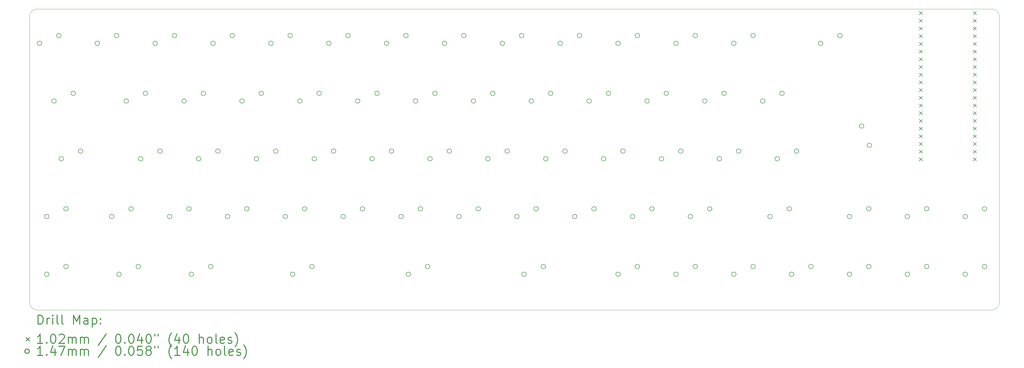
<source format=gbr>
%FSLAX45Y45*%
G04 Gerber Fmt 4.5, Leading zero omitted, Abs format (unit mm)*
G04 Created by KiCad (PCBNEW (5.1.9)-1) date 2021-05-17 17:10:13*
%MOMM*%
%LPD*%
G01*
G04 APERTURE LIST*
%TA.AperFunction,Profile*%
%ADD10C,0.100000*%
%TD*%
%ADD11C,0.200000*%
%ADD12C,0.300000*%
G04 APERTURE END LIST*
D10*
X38225000Y-9765000D02*
G75*
G02*
X38475000Y-10015000I0J-250000D01*
G01*
X6790000Y-19695000D02*
G75*
G02*
X6540000Y-19445000I0J250000D01*
G01*
X38475000Y-19445000D02*
G75*
G02*
X38225000Y-19695000I-250000J0D01*
G01*
X6540000Y-10015000D02*
G75*
G02*
X6790000Y-9765000I250000J0D01*
G01*
X6540000Y-19445000D02*
X6540000Y-10015000D01*
X6790000Y-19695000D02*
X38225000Y-19695000D01*
X38475000Y-19445000D02*
X38475000Y-10015000D01*
X38225000Y-9765000D02*
X6790000Y-9765000D01*
D11*
X35838000Y-9851000D02*
X35940000Y-9953000D01*
X35940000Y-9851000D02*
X35838000Y-9953000D01*
X35838000Y-10105000D02*
X35940000Y-10207000D01*
X35940000Y-10105000D02*
X35838000Y-10207000D01*
X35838000Y-10359000D02*
X35940000Y-10461000D01*
X35940000Y-10359000D02*
X35838000Y-10461000D01*
X35838000Y-10613000D02*
X35940000Y-10715000D01*
X35940000Y-10613000D02*
X35838000Y-10715000D01*
X35838000Y-10867000D02*
X35940000Y-10969000D01*
X35940000Y-10867000D02*
X35838000Y-10969000D01*
X35838000Y-11121000D02*
X35940000Y-11223000D01*
X35940000Y-11121000D02*
X35838000Y-11223000D01*
X35838000Y-11375000D02*
X35940000Y-11477000D01*
X35940000Y-11375000D02*
X35838000Y-11477000D01*
X35838000Y-11629000D02*
X35940000Y-11731000D01*
X35940000Y-11629000D02*
X35838000Y-11731000D01*
X35838000Y-11883000D02*
X35940000Y-11985000D01*
X35940000Y-11883000D02*
X35838000Y-11985000D01*
X35838000Y-12137000D02*
X35940000Y-12239000D01*
X35940000Y-12137000D02*
X35838000Y-12239000D01*
X35838000Y-12391000D02*
X35940000Y-12493000D01*
X35940000Y-12391000D02*
X35838000Y-12493000D01*
X35838000Y-12645000D02*
X35940000Y-12747000D01*
X35940000Y-12645000D02*
X35838000Y-12747000D01*
X35838000Y-12899000D02*
X35940000Y-13001000D01*
X35940000Y-12899000D02*
X35838000Y-13001000D01*
X35838000Y-13153000D02*
X35940000Y-13255000D01*
X35940000Y-13153000D02*
X35838000Y-13255000D01*
X35838000Y-13407000D02*
X35940000Y-13509000D01*
X35940000Y-13407000D02*
X35838000Y-13509000D01*
X35838000Y-13661000D02*
X35940000Y-13763000D01*
X35940000Y-13661000D02*
X35838000Y-13763000D01*
X35838000Y-13915000D02*
X35940000Y-14017000D01*
X35940000Y-13915000D02*
X35838000Y-14017000D01*
X35838000Y-14169000D02*
X35940000Y-14271000D01*
X35940000Y-14169000D02*
X35838000Y-14271000D01*
X35838000Y-14423000D02*
X35940000Y-14525000D01*
X35940000Y-14423000D02*
X35838000Y-14525000D01*
X35838000Y-14677000D02*
X35940000Y-14779000D01*
X35940000Y-14677000D02*
X35838000Y-14779000D01*
X37616000Y-9851000D02*
X37718000Y-9953000D01*
X37718000Y-9851000D02*
X37616000Y-9953000D01*
X37616000Y-10105000D02*
X37718000Y-10207000D01*
X37718000Y-10105000D02*
X37616000Y-10207000D01*
X37616000Y-10359000D02*
X37718000Y-10461000D01*
X37718000Y-10359000D02*
X37616000Y-10461000D01*
X37616000Y-10613000D02*
X37718000Y-10715000D01*
X37718000Y-10613000D02*
X37616000Y-10715000D01*
X37616000Y-10867000D02*
X37718000Y-10969000D01*
X37718000Y-10867000D02*
X37616000Y-10969000D01*
X37616000Y-11121000D02*
X37718000Y-11223000D01*
X37718000Y-11121000D02*
X37616000Y-11223000D01*
X37616000Y-11375000D02*
X37718000Y-11477000D01*
X37718000Y-11375000D02*
X37616000Y-11477000D01*
X37616000Y-11629000D02*
X37718000Y-11731000D01*
X37718000Y-11629000D02*
X37616000Y-11731000D01*
X37616000Y-11883000D02*
X37718000Y-11985000D01*
X37718000Y-11883000D02*
X37616000Y-11985000D01*
X37616000Y-12137000D02*
X37718000Y-12239000D01*
X37718000Y-12137000D02*
X37616000Y-12239000D01*
X37616000Y-12391000D02*
X37718000Y-12493000D01*
X37718000Y-12391000D02*
X37616000Y-12493000D01*
X37616000Y-12645000D02*
X37718000Y-12747000D01*
X37718000Y-12645000D02*
X37616000Y-12747000D01*
X37616000Y-12899000D02*
X37718000Y-13001000D01*
X37718000Y-12899000D02*
X37616000Y-13001000D01*
X37616000Y-13153000D02*
X37718000Y-13255000D01*
X37718000Y-13153000D02*
X37616000Y-13255000D01*
X37616000Y-13407000D02*
X37718000Y-13509000D01*
X37718000Y-13407000D02*
X37616000Y-13509000D01*
X37616000Y-13661000D02*
X37718000Y-13763000D01*
X37718000Y-13661000D02*
X37616000Y-13763000D01*
X37616000Y-13915000D02*
X37718000Y-14017000D01*
X37718000Y-13915000D02*
X37616000Y-14017000D01*
X37616000Y-14169000D02*
X37718000Y-14271000D01*
X37718000Y-14169000D02*
X37616000Y-14271000D01*
X37616000Y-14423000D02*
X37718000Y-14525000D01*
X37718000Y-14423000D02*
X37616000Y-14525000D01*
X37616000Y-14677000D02*
X37718000Y-14779000D01*
X37718000Y-14677000D02*
X37616000Y-14779000D01*
X6943420Y-10896912D02*
G75*
G03*
X6943420Y-10896912I-73500J0D01*
G01*
X7181545Y-16611912D02*
G75*
G03*
X7181545Y-16611912I-73500J0D01*
G01*
X7181545Y-18516912D02*
G75*
G03*
X7181545Y-18516912I-73500J0D01*
G01*
X7419670Y-12801912D02*
G75*
G03*
X7419670Y-12801912I-73500J0D01*
G01*
X7578420Y-10642912D02*
G75*
G03*
X7578420Y-10642912I-73500J0D01*
G01*
X7660920Y-14706912D02*
G75*
G03*
X7660920Y-14706912I-73500J0D01*
G01*
X7816545Y-16357912D02*
G75*
G03*
X7816545Y-16357912I-73500J0D01*
G01*
X7816545Y-18262912D02*
G75*
G03*
X7816545Y-18262912I-73500J0D01*
G01*
X8054670Y-12547912D02*
G75*
G03*
X8054670Y-12547912I-73500J0D01*
G01*
X8295920Y-14452912D02*
G75*
G03*
X8295920Y-14452912I-73500J0D01*
G01*
X8848420Y-10896912D02*
G75*
G03*
X8848420Y-10896912I-73500J0D01*
G01*
X9324670Y-16611912D02*
G75*
G03*
X9324670Y-16611912I-73500J0D01*
G01*
X9483420Y-10642912D02*
G75*
G03*
X9483420Y-10642912I-73500J0D01*
G01*
X9562795Y-18516912D02*
G75*
G03*
X9562795Y-18516912I-73500J0D01*
G01*
X9800920Y-12801912D02*
G75*
G03*
X9800920Y-12801912I-73500J0D01*
G01*
X9959670Y-16357912D02*
G75*
G03*
X9959670Y-16357912I-73500J0D01*
G01*
X10197795Y-18262912D02*
G75*
G03*
X10197795Y-18262912I-73500J0D01*
G01*
X10277170Y-14706912D02*
G75*
G03*
X10277170Y-14706912I-73500J0D01*
G01*
X10435920Y-12547912D02*
G75*
G03*
X10435920Y-12547912I-73500J0D01*
G01*
X10753420Y-10896912D02*
G75*
G03*
X10753420Y-10896912I-73500J0D01*
G01*
X10912170Y-14452912D02*
G75*
G03*
X10912170Y-14452912I-73500J0D01*
G01*
X11229670Y-16611912D02*
G75*
G03*
X11229670Y-16611912I-73500J0D01*
G01*
X11388420Y-10642912D02*
G75*
G03*
X11388420Y-10642912I-73500J0D01*
G01*
X11705920Y-12801912D02*
G75*
G03*
X11705920Y-12801912I-73500J0D01*
G01*
X11864670Y-16357912D02*
G75*
G03*
X11864670Y-16357912I-73500J0D01*
G01*
X11944045Y-18516912D02*
G75*
G03*
X11944045Y-18516912I-73500J0D01*
G01*
X12182170Y-14706912D02*
G75*
G03*
X12182170Y-14706912I-73500J0D01*
G01*
X12340920Y-12547912D02*
G75*
G03*
X12340920Y-12547912I-73500J0D01*
G01*
X12579045Y-18262912D02*
G75*
G03*
X12579045Y-18262912I-73500J0D01*
G01*
X12658420Y-10896912D02*
G75*
G03*
X12658420Y-10896912I-73500J0D01*
G01*
X12817170Y-14452912D02*
G75*
G03*
X12817170Y-14452912I-73500J0D01*
G01*
X13134670Y-16611912D02*
G75*
G03*
X13134670Y-16611912I-73500J0D01*
G01*
X13293420Y-10642912D02*
G75*
G03*
X13293420Y-10642912I-73500J0D01*
G01*
X13610920Y-12801912D02*
G75*
G03*
X13610920Y-12801912I-73500J0D01*
G01*
X13769670Y-16357912D02*
G75*
G03*
X13769670Y-16357912I-73500J0D01*
G01*
X14087170Y-14706912D02*
G75*
G03*
X14087170Y-14706912I-73500J0D01*
G01*
X14245920Y-12547912D02*
G75*
G03*
X14245920Y-12547912I-73500J0D01*
G01*
X14563420Y-10896912D02*
G75*
G03*
X14563420Y-10896912I-73500J0D01*
G01*
X14722170Y-14452912D02*
G75*
G03*
X14722170Y-14452912I-73500J0D01*
G01*
X15039670Y-16611912D02*
G75*
G03*
X15039670Y-16611912I-73500J0D01*
G01*
X15198420Y-10642912D02*
G75*
G03*
X15198420Y-10642912I-73500J0D01*
G01*
X15277795Y-18516912D02*
G75*
G03*
X15277795Y-18516912I-73500J0D01*
G01*
X15515920Y-12801912D02*
G75*
G03*
X15515920Y-12801912I-73500J0D01*
G01*
X15674670Y-16357912D02*
G75*
G03*
X15674670Y-16357912I-73500J0D01*
G01*
X15912795Y-18262912D02*
G75*
G03*
X15912795Y-18262912I-73500J0D01*
G01*
X15992170Y-14706912D02*
G75*
G03*
X15992170Y-14706912I-73500J0D01*
G01*
X16150920Y-12547912D02*
G75*
G03*
X16150920Y-12547912I-73500J0D01*
G01*
X16468420Y-10896912D02*
G75*
G03*
X16468420Y-10896912I-73500J0D01*
G01*
X16627170Y-14452912D02*
G75*
G03*
X16627170Y-14452912I-73500J0D01*
G01*
X16944670Y-16611912D02*
G75*
G03*
X16944670Y-16611912I-73500J0D01*
G01*
X17103420Y-10642912D02*
G75*
G03*
X17103420Y-10642912I-73500J0D01*
G01*
X17420920Y-12801912D02*
G75*
G03*
X17420920Y-12801912I-73500J0D01*
G01*
X17579670Y-16357912D02*
G75*
G03*
X17579670Y-16357912I-73500J0D01*
G01*
X17897170Y-14706912D02*
G75*
G03*
X17897170Y-14706912I-73500J0D01*
G01*
X18055920Y-12547912D02*
G75*
G03*
X18055920Y-12547912I-73500J0D01*
G01*
X18373420Y-10896912D02*
G75*
G03*
X18373420Y-10896912I-73500J0D01*
G01*
X18532170Y-14452912D02*
G75*
G03*
X18532170Y-14452912I-73500J0D01*
G01*
X18849670Y-16611912D02*
G75*
G03*
X18849670Y-16611912I-73500J0D01*
G01*
X19008420Y-10642912D02*
G75*
G03*
X19008420Y-10642912I-73500J0D01*
G01*
X19087795Y-18516912D02*
G75*
G03*
X19087795Y-18516912I-73500J0D01*
G01*
X19325920Y-12801912D02*
G75*
G03*
X19325920Y-12801912I-73500J0D01*
G01*
X19484670Y-16357912D02*
G75*
G03*
X19484670Y-16357912I-73500J0D01*
G01*
X19722795Y-18262912D02*
G75*
G03*
X19722795Y-18262912I-73500J0D01*
G01*
X19802170Y-14706912D02*
G75*
G03*
X19802170Y-14706912I-73500J0D01*
G01*
X19960920Y-12547912D02*
G75*
G03*
X19960920Y-12547912I-73500J0D01*
G01*
X20278420Y-10896912D02*
G75*
G03*
X20278420Y-10896912I-73500J0D01*
G01*
X20437170Y-14452912D02*
G75*
G03*
X20437170Y-14452912I-73500J0D01*
G01*
X20754670Y-16611912D02*
G75*
G03*
X20754670Y-16611912I-73500J0D01*
G01*
X20913420Y-10642912D02*
G75*
G03*
X20913420Y-10642912I-73500J0D01*
G01*
X21230920Y-12801912D02*
G75*
G03*
X21230920Y-12801912I-73500J0D01*
G01*
X21389670Y-16357912D02*
G75*
G03*
X21389670Y-16357912I-73500J0D01*
G01*
X21707170Y-14706912D02*
G75*
G03*
X21707170Y-14706912I-73500J0D01*
G01*
X21865920Y-12547912D02*
G75*
G03*
X21865920Y-12547912I-73500J0D01*
G01*
X22183420Y-10896912D02*
G75*
G03*
X22183420Y-10896912I-73500J0D01*
G01*
X22342170Y-14452912D02*
G75*
G03*
X22342170Y-14452912I-73500J0D01*
G01*
X22659670Y-16611912D02*
G75*
G03*
X22659670Y-16611912I-73500J0D01*
G01*
X22818420Y-10642912D02*
G75*
G03*
X22818420Y-10642912I-73500J0D01*
G01*
X22897795Y-18516912D02*
G75*
G03*
X22897795Y-18516912I-73500J0D01*
G01*
X23135920Y-12801912D02*
G75*
G03*
X23135920Y-12801912I-73500J0D01*
G01*
X23294670Y-16357912D02*
G75*
G03*
X23294670Y-16357912I-73500J0D01*
G01*
X23532795Y-18262912D02*
G75*
G03*
X23532795Y-18262912I-73500J0D01*
G01*
X23612170Y-14706912D02*
G75*
G03*
X23612170Y-14706912I-73500J0D01*
G01*
X23770920Y-12547912D02*
G75*
G03*
X23770920Y-12547912I-73500J0D01*
G01*
X24088420Y-10896912D02*
G75*
G03*
X24088420Y-10896912I-73500J0D01*
G01*
X24247170Y-14452912D02*
G75*
G03*
X24247170Y-14452912I-73500J0D01*
G01*
X24564670Y-16611912D02*
G75*
G03*
X24564670Y-16611912I-73500J0D01*
G01*
X24723420Y-10642912D02*
G75*
G03*
X24723420Y-10642912I-73500J0D01*
G01*
X25040920Y-12801912D02*
G75*
G03*
X25040920Y-12801912I-73500J0D01*
G01*
X25199670Y-16357912D02*
G75*
G03*
X25199670Y-16357912I-73500J0D01*
G01*
X25517170Y-14706912D02*
G75*
G03*
X25517170Y-14706912I-73500J0D01*
G01*
X25675920Y-12547912D02*
G75*
G03*
X25675920Y-12547912I-73500J0D01*
G01*
X25993420Y-10896912D02*
G75*
G03*
X25993420Y-10896912I-73500J0D01*
G01*
X25993420Y-18516912D02*
G75*
G03*
X25993420Y-18516912I-73500J0D01*
G01*
X26152170Y-14452912D02*
G75*
G03*
X26152170Y-14452912I-73500J0D01*
G01*
X26469670Y-16611912D02*
G75*
G03*
X26469670Y-16611912I-73500J0D01*
G01*
X26628420Y-10642912D02*
G75*
G03*
X26628420Y-10642912I-73500J0D01*
G01*
X26628420Y-18262912D02*
G75*
G03*
X26628420Y-18262912I-73500J0D01*
G01*
X26945920Y-12801912D02*
G75*
G03*
X26945920Y-12801912I-73500J0D01*
G01*
X27104670Y-16357912D02*
G75*
G03*
X27104670Y-16357912I-73500J0D01*
G01*
X27422170Y-14706912D02*
G75*
G03*
X27422170Y-14706912I-73500J0D01*
G01*
X27580920Y-12547912D02*
G75*
G03*
X27580920Y-12547912I-73500J0D01*
G01*
X27898420Y-10896912D02*
G75*
G03*
X27898420Y-10896912I-73500J0D01*
G01*
X27898420Y-18516912D02*
G75*
G03*
X27898420Y-18516912I-73500J0D01*
G01*
X28057170Y-14452912D02*
G75*
G03*
X28057170Y-14452912I-73500J0D01*
G01*
X28374670Y-16611912D02*
G75*
G03*
X28374670Y-16611912I-73500J0D01*
G01*
X28533420Y-10642912D02*
G75*
G03*
X28533420Y-10642912I-73500J0D01*
G01*
X28533420Y-18262912D02*
G75*
G03*
X28533420Y-18262912I-73500J0D01*
G01*
X28850920Y-12801912D02*
G75*
G03*
X28850920Y-12801912I-73500J0D01*
G01*
X29009670Y-16357912D02*
G75*
G03*
X29009670Y-16357912I-73500J0D01*
G01*
X29327170Y-14706912D02*
G75*
G03*
X29327170Y-14706912I-73500J0D01*
G01*
X29485920Y-12547912D02*
G75*
G03*
X29485920Y-12547912I-73500J0D01*
G01*
X29803420Y-10896912D02*
G75*
G03*
X29803420Y-10896912I-73500J0D01*
G01*
X29803420Y-18516912D02*
G75*
G03*
X29803420Y-18516912I-73500J0D01*
G01*
X29962170Y-14452912D02*
G75*
G03*
X29962170Y-14452912I-73500J0D01*
G01*
X30438420Y-10642912D02*
G75*
G03*
X30438420Y-10642912I-73500J0D01*
G01*
X30438420Y-18262912D02*
G75*
G03*
X30438420Y-18262912I-73500J0D01*
G01*
X30755920Y-12801912D02*
G75*
G03*
X30755920Y-12801912I-73500J0D01*
G01*
X30995920Y-16611912D02*
G75*
G03*
X30995920Y-16611912I-73500J0D01*
G01*
X31232170Y-14706912D02*
G75*
G03*
X31232170Y-14706912I-73500J0D01*
G01*
X31390920Y-12547912D02*
G75*
G03*
X31390920Y-12547912I-73500J0D01*
G01*
X31630920Y-16357912D02*
G75*
G03*
X31630920Y-16357912I-73500J0D01*
G01*
X31708420Y-18516912D02*
G75*
G03*
X31708420Y-18516912I-73500J0D01*
G01*
X31867170Y-14452912D02*
G75*
G03*
X31867170Y-14452912I-73500J0D01*
G01*
X32343420Y-18262912D02*
G75*
G03*
X32343420Y-18262912I-73500J0D01*
G01*
X32660920Y-10896912D02*
G75*
G03*
X32660920Y-10896912I-73500J0D01*
G01*
X33295920Y-10642912D02*
G75*
G03*
X33295920Y-10642912I-73500J0D01*
G01*
X33613420Y-16611912D02*
G75*
G03*
X33613420Y-16611912I-73500J0D01*
G01*
X33613420Y-18516912D02*
G75*
G03*
X33613420Y-18516912I-73500J0D01*
G01*
X34010920Y-13627412D02*
G75*
G03*
X34010920Y-13627412I-73500J0D01*
G01*
X34248420Y-16357912D02*
G75*
G03*
X34248420Y-16357912I-73500J0D01*
G01*
X34248420Y-18262912D02*
G75*
G03*
X34248420Y-18262912I-73500J0D01*
G01*
X34264920Y-14262412D02*
G75*
G03*
X34264920Y-14262412I-73500J0D01*
G01*
X35518420Y-16611912D02*
G75*
G03*
X35518420Y-16611912I-73500J0D01*
G01*
X35518420Y-18516912D02*
G75*
G03*
X35518420Y-18516912I-73500J0D01*
G01*
X36153420Y-16357912D02*
G75*
G03*
X36153420Y-16357912I-73500J0D01*
G01*
X36153420Y-18262912D02*
G75*
G03*
X36153420Y-18262912I-73500J0D01*
G01*
X37423420Y-16611912D02*
G75*
G03*
X37423420Y-16611912I-73500J0D01*
G01*
X37423420Y-18516912D02*
G75*
G03*
X37423420Y-18516912I-73500J0D01*
G01*
X38058420Y-16357912D02*
G75*
G03*
X38058420Y-16357912I-73500J0D01*
G01*
X38058420Y-18262912D02*
G75*
G03*
X38058420Y-18262912I-73500J0D01*
G01*
D12*
X6821428Y-20165714D02*
X6821428Y-19865714D01*
X6892857Y-19865714D01*
X6935714Y-19880000D01*
X6964286Y-19908572D01*
X6978571Y-19937143D01*
X6992857Y-19994286D01*
X6992857Y-20037143D01*
X6978571Y-20094286D01*
X6964286Y-20122857D01*
X6935714Y-20151429D01*
X6892857Y-20165714D01*
X6821428Y-20165714D01*
X7121428Y-20165714D02*
X7121428Y-19965714D01*
X7121428Y-20022857D02*
X7135714Y-19994286D01*
X7150000Y-19980000D01*
X7178571Y-19965714D01*
X7207143Y-19965714D01*
X7307143Y-20165714D02*
X7307143Y-19965714D01*
X7307143Y-19865714D02*
X7292857Y-19880000D01*
X7307143Y-19894286D01*
X7321428Y-19880000D01*
X7307143Y-19865714D01*
X7307143Y-19894286D01*
X7492857Y-20165714D02*
X7464286Y-20151429D01*
X7450000Y-20122857D01*
X7450000Y-19865714D01*
X7650000Y-20165714D02*
X7621428Y-20151429D01*
X7607143Y-20122857D01*
X7607143Y-19865714D01*
X7992857Y-20165714D02*
X7992857Y-19865714D01*
X8092857Y-20080000D01*
X8192857Y-19865714D01*
X8192857Y-20165714D01*
X8464286Y-20165714D02*
X8464286Y-20008572D01*
X8450000Y-19980000D01*
X8421428Y-19965714D01*
X8364286Y-19965714D01*
X8335714Y-19980000D01*
X8464286Y-20151429D02*
X8435714Y-20165714D01*
X8364286Y-20165714D01*
X8335714Y-20151429D01*
X8321428Y-20122857D01*
X8321428Y-20094286D01*
X8335714Y-20065714D01*
X8364286Y-20051429D01*
X8435714Y-20051429D01*
X8464286Y-20037143D01*
X8607143Y-19965714D02*
X8607143Y-20265714D01*
X8607143Y-19980000D02*
X8635714Y-19965714D01*
X8692857Y-19965714D01*
X8721428Y-19980000D01*
X8735714Y-19994286D01*
X8750000Y-20022857D01*
X8750000Y-20108572D01*
X8735714Y-20137143D01*
X8721428Y-20151429D01*
X8692857Y-20165714D01*
X8635714Y-20165714D01*
X8607143Y-20151429D01*
X8878571Y-20137143D02*
X8892857Y-20151429D01*
X8878571Y-20165714D01*
X8864286Y-20151429D01*
X8878571Y-20137143D01*
X8878571Y-20165714D01*
X8878571Y-19980000D02*
X8892857Y-19994286D01*
X8878571Y-20008572D01*
X8864286Y-19994286D01*
X8878571Y-19980000D01*
X8878571Y-20008572D01*
X6433000Y-20609000D02*
X6535000Y-20711000D01*
X6535000Y-20609000D02*
X6433000Y-20711000D01*
X6978571Y-20795714D02*
X6807143Y-20795714D01*
X6892857Y-20795714D02*
X6892857Y-20495714D01*
X6864286Y-20538572D01*
X6835714Y-20567143D01*
X6807143Y-20581429D01*
X7107143Y-20767143D02*
X7121428Y-20781429D01*
X7107143Y-20795714D01*
X7092857Y-20781429D01*
X7107143Y-20767143D01*
X7107143Y-20795714D01*
X7307143Y-20495714D02*
X7335714Y-20495714D01*
X7364286Y-20510000D01*
X7378571Y-20524286D01*
X7392857Y-20552857D01*
X7407143Y-20610000D01*
X7407143Y-20681429D01*
X7392857Y-20738572D01*
X7378571Y-20767143D01*
X7364286Y-20781429D01*
X7335714Y-20795714D01*
X7307143Y-20795714D01*
X7278571Y-20781429D01*
X7264286Y-20767143D01*
X7250000Y-20738572D01*
X7235714Y-20681429D01*
X7235714Y-20610000D01*
X7250000Y-20552857D01*
X7264286Y-20524286D01*
X7278571Y-20510000D01*
X7307143Y-20495714D01*
X7521428Y-20524286D02*
X7535714Y-20510000D01*
X7564286Y-20495714D01*
X7635714Y-20495714D01*
X7664286Y-20510000D01*
X7678571Y-20524286D01*
X7692857Y-20552857D01*
X7692857Y-20581429D01*
X7678571Y-20624286D01*
X7507143Y-20795714D01*
X7692857Y-20795714D01*
X7821428Y-20795714D02*
X7821428Y-20595714D01*
X7821428Y-20624286D02*
X7835714Y-20610000D01*
X7864286Y-20595714D01*
X7907143Y-20595714D01*
X7935714Y-20610000D01*
X7950000Y-20638572D01*
X7950000Y-20795714D01*
X7950000Y-20638572D02*
X7964286Y-20610000D01*
X7992857Y-20595714D01*
X8035714Y-20595714D01*
X8064286Y-20610000D01*
X8078571Y-20638572D01*
X8078571Y-20795714D01*
X8221428Y-20795714D02*
X8221428Y-20595714D01*
X8221428Y-20624286D02*
X8235714Y-20610000D01*
X8264286Y-20595714D01*
X8307143Y-20595714D01*
X8335714Y-20610000D01*
X8350000Y-20638572D01*
X8350000Y-20795714D01*
X8350000Y-20638572D02*
X8364286Y-20610000D01*
X8392857Y-20595714D01*
X8435714Y-20595714D01*
X8464286Y-20610000D01*
X8478571Y-20638572D01*
X8478571Y-20795714D01*
X9064286Y-20481429D02*
X8807143Y-20867143D01*
X9450000Y-20495714D02*
X9478571Y-20495714D01*
X9507143Y-20510000D01*
X9521428Y-20524286D01*
X9535714Y-20552857D01*
X9550000Y-20610000D01*
X9550000Y-20681429D01*
X9535714Y-20738572D01*
X9521428Y-20767143D01*
X9507143Y-20781429D01*
X9478571Y-20795714D01*
X9450000Y-20795714D01*
X9421428Y-20781429D01*
X9407143Y-20767143D01*
X9392857Y-20738572D01*
X9378571Y-20681429D01*
X9378571Y-20610000D01*
X9392857Y-20552857D01*
X9407143Y-20524286D01*
X9421428Y-20510000D01*
X9450000Y-20495714D01*
X9678571Y-20767143D02*
X9692857Y-20781429D01*
X9678571Y-20795714D01*
X9664286Y-20781429D01*
X9678571Y-20767143D01*
X9678571Y-20795714D01*
X9878571Y-20495714D02*
X9907143Y-20495714D01*
X9935714Y-20510000D01*
X9950000Y-20524286D01*
X9964286Y-20552857D01*
X9978571Y-20610000D01*
X9978571Y-20681429D01*
X9964286Y-20738572D01*
X9950000Y-20767143D01*
X9935714Y-20781429D01*
X9907143Y-20795714D01*
X9878571Y-20795714D01*
X9850000Y-20781429D01*
X9835714Y-20767143D01*
X9821428Y-20738572D01*
X9807143Y-20681429D01*
X9807143Y-20610000D01*
X9821428Y-20552857D01*
X9835714Y-20524286D01*
X9850000Y-20510000D01*
X9878571Y-20495714D01*
X10235714Y-20595714D02*
X10235714Y-20795714D01*
X10164286Y-20481429D02*
X10092857Y-20695714D01*
X10278571Y-20695714D01*
X10450000Y-20495714D02*
X10478571Y-20495714D01*
X10507143Y-20510000D01*
X10521428Y-20524286D01*
X10535714Y-20552857D01*
X10550000Y-20610000D01*
X10550000Y-20681429D01*
X10535714Y-20738572D01*
X10521428Y-20767143D01*
X10507143Y-20781429D01*
X10478571Y-20795714D01*
X10450000Y-20795714D01*
X10421428Y-20781429D01*
X10407143Y-20767143D01*
X10392857Y-20738572D01*
X10378571Y-20681429D01*
X10378571Y-20610000D01*
X10392857Y-20552857D01*
X10407143Y-20524286D01*
X10421428Y-20510000D01*
X10450000Y-20495714D01*
X10664286Y-20495714D02*
X10664286Y-20552857D01*
X10778571Y-20495714D02*
X10778571Y-20552857D01*
X11221428Y-20910000D02*
X11207143Y-20895714D01*
X11178571Y-20852857D01*
X11164286Y-20824286D01*
X11150000Y-20781429D01*
X11135714Y-20710000D01*
X11135714Y-20652857D01*
X11150000Y-20581429D01*
X11164286Y-20538572D01*
X11178571Y-20510000D01*
X11207143Y-20467143D01*
X11221428Y-20452857D01*
X11464286Y-20595714D02*
X11464286Y-20795714D01*
X11392857Y-20481429D02*
X11321428Y-20695714D01*
X11507143Y-20695714D01*
X11678571Y-20495714D02*
X11707143Y-20495714D01*
X11735714Y-20510000D01*
X11750000Y-20524286D01*
X11764286Y-20552857D01*
X11778571Y-20610000D01*
X11778571Y-20681429D01*
X11764286Y-20738572D01*
X11750000Y-20767143D01*
X11735714Y-20781429D01*
X11707143Y-20795714D01*
X11678571Y-20795714D01*
X11650000Y-20781429D01*
X11635714Y-20767143D01*
X11621428Y-20738572D01*
X11607143Y-20681429D01*
X11607143Y-20610000D01*
X11621428Y-20552857D01*
X11635714Y-20524286D01*
X11650000Y-20510000D01*
X11678571Y-20495714D01*
X12135714Y-20795714D02*
X12135714Y-20495714D01*
X12264286Y-20795714D02*
X12264286Y-20638572D01*
X12250000Y-20610000D01*
X12221428Y-20595714D01*
X12178571Y-20595714D01*
X12150000Y-20610000D01*
X12135714Y-20624286D01*
X12450000Y-20795714D02*
X12421428Y-20781429D01*
X12407143Y-20767143D01*
X12392857Y-20738572D01*
X12392857Y-20652857D01*
X12407143Y-20624286D01*
X12421428Y-20610000D01*
X12450000Y-20595714D01*
X12492857Y-20595714D01*
X12521428Y-20610000D01*
X12535714Y-20624286D01*
X12550000Y-20652857D01*
X12550000Y-20738572D01*
X12535714Y-20767143D01*
X12521428Y-20781429D01*
X12492857Y-20795714D01*
X12450000Y-20795714D01*
X12721428Y-20795714D02*
X12692857Y-20781429D01*
X12678571Y-20752857D01*
X12678571Y-20495714D01*
X12950000Y-20781429D02*
X12921428Y-20795714D01*
X12864286Y-20795714D01*
X12835714Y-20781429D01*
X12821428Y-20752857D01*
X12821428Y-20638572D01*
X12835714Y-20610000D01*
X12864286Y-20595714D01*
X12921428Y-20595714D01*
X12950000Y-20610000D01*
X12964286Y-20638572D01*
X12964286Y-20667143D01*
X12821428Y-20695714D01*
X13078571Y-20781429D02*
X13107143Y-20795714D01*
X13164286Y-20795714D01*
X13192857Y-20781429D01*
X13207143Y-20752857D01*
X13207143Y-20738572D01*
X13192857Y-20710000D01*
X13164286Y-20695714D01*
X13121428Y-20695714D01*
X13092857Y-20681429D01*
X13078571Y-20652857D01*
X13078571Y-20638572D01*
X13092857Y-20610000D01*
X13121428Y-20595714D01*
X13164286Y-20595714D01*
X13192857Y-20610000D01*
X13307143Y-20910000D02*
X13321428Y-20895714D01*
X13350000Y-20852857D01*
X13364286Y-20824286D01*
X13378571Y-20781429D01*
X13392857Y-20710000D01*
X13392857Y-20652857D01*
X13378571Y-20581429D01*
X13364286Y-20538572D01*
X13350000Y-20510000D01*
X13321428Y-20467143D01*
X13307143Y-20452857D01*
X6535000Y-21056000D02*
G75*
G03*
X6535000Y-21056000I-73500J0D01*
G01*
X6978571Y-21191714D02*
X6807143Y-21191714D01*
X6892857Y-21191714D02*
X6892857Y-20891714D01*
X6864286Y-20934572D01*
X6835714Y-20963143D01*
X6807143Y-20977429D01*
X7107143Y-21163143D02*
X7121428Y-21177429D01*
X7107143Y-21191714D01*
X7092857Y-21177429D01*
X7107143Y-21163143D01*
X7107143Y-21191714D01*
X7378571Y-20991714D02*
X7378571Y-21191714D01*
X7307143Y-20877429D02*
X7235714Y-21091714D01*
X7421428Y-21091714D01*
X7507143Y-20891714D02*
X7707143Y-20891714D01*
X7578571Y-21191714D01*
X7821428Y-21191714D02*
X7821428Y-20991714D01*
X7821428Y-21020286D02*
X7835714Y-21006000D01*
X7864286Y-20991714D01*
X7907143Y-20991714D01*
X7935714Y-21006000D01*
X7950000Y-21034572D01*
X7950000Y-21191714D01*
X7950000Y-21034572D02*
X7964286Y-21006000D01*
X7992857Y-20991714D01*
X8035714Y-20991714D01*
X8064286Y-21006000D01*
X8078571Y-21034572D01*
X8078571Y-21191714D01*
X8221428Y-21191714D02*
X8221428Y-20991714D01*
X8221428Y-21020286D02*
X8235714Y-21006000D01*
X8264286Y-20991714D01*
X8307143Y-20991714D01*
X8335714Y-21006000D01*
X8350000Y-21034572D01*
X8350000Y-21191714D01*
X8350000Y-21034572D02*
X8364286Y-21006000D01*
X8392857Y-20991714D01*
X8435714Y-20991714D01*
X8464286Y-21006000D01*
X8478571Y-21034572D01*
X8478571Y-21191714D01*
X9064286Y-20877429D02*
X8807143Y-21263143D01*
X9450000Y-20891714D02*
X9478571Y-20891714D01*
X9507143Y-20906000D01*
X9521428Y-20920286D01*
X9535714Y-20948857D01*
X9550000Y-21006000D01*
X9550000Y-21077429D01*
X9535714Y-21134572D01*
X9521428Y-21163143D01*
X9507143Y-21177429D01*
X9478571Y-21191714D01*
X9450000Y-21191714D01*
X9421428Y-21177429D01*
X9407143Y-21163143D01*
X9392857Y-21134572D01*
X9378571Y-21077429D01*
X9378571Y-21006000D01*
X9392857Y-20948857D01*
X9407143Y-20920286D01*
X9421428Y-20906000D01*
X9450000Y-20891714D01*
X9678571Y-21163143D02*
X9692857Y-21177429D01*
X9678571Y-21191714D01*
X9664286Y-21177429D01*
X9678571Y-21163143D01*
X9678571Y-21191714D01*
X9878571Y-20891714D02*
X9907143Y-20891714D01*
X9935714Y-20906000D01*
X9950000Y-20920286D01*
X9964286Y-20948857D01*
X9978571Y-21006000D01*
X9978571Y-21077429D01*
X9964286Y-21134572D01*
X9950000Y-21163143D01*
X9935714Y-21177429D01*
X9907143Y-21191714D01*
X9878571Y-21191714D01*
X9850000Y-21177429D01*
X9835714Y-21163143D01*
X9821428Y-21134572D01*
X9807143Y-21077429D01*
X9807143Y-21006000D01*
X9821428Y-20948857D01*
X9835714Y-20920286D01*
X9850000Y-20906000D01*
X9878571Y-20891714D01*
X10250000Y-20891714D02*
X10107143Y-20891714D01*
X10092857Y-21034572D01*
X10107143Y-21020286D01*
X10135714Y-21006000D01*
X10207143Y-21006000D01*
X10235714Y-21020286D01*
X10250000Y-21034572D01*
X10264286Y-21063143D01*
X10264286Y-21134572D01*
X10250000Y-21163143D01*
X10235714Y-21177429D01*
X10207143Y-21191714D01*
X10135714Y-21191714D01*
X10107143Y-21177429D01*
X10092857Y-21163143D01*
X10435714Y-21020286D02*
X10407143Y-21006000D01*
X10392857Y-20991714D01*
X10378571Y-20963143D01*
X10378571Y-20948857D01*
X10392857Y-20920286D01*
X10407143Y-20906000D01*
X10435714Y-20891714D01*
X10492857Y-20891714D01*
X10521428Y-20906000D01*
X10535714Y-20920286D01*
X10550000Y-20948857D01*
X10550000Y-20963143D01*
X10535714Y-20991714D01*
X10521428Y-21006000D01*
X10492857Y-21020286D01*
X10435714Y-21020286D01*
X10407143Y-21034572D01*
X10392857Y-21048857D01*
X10378571Y-21077429D01*
X10378571Y-21134572D01*
X10392857Y-21163143D01*
X10407143Y-21177429D01*
X10435714Y-21191714D01*
X10492857Y-21191714D01*
X10521428Y-21177429D01*
X10535714Y-21163143D01*
X10550000Y-21134572D01*
X10550000Y-21077429D01*
X10535714Y-21048857D01*
X10521428Y-21034572D01*
X10492857Y-21020286D01*
X10664286Y-20891714D02*
X10664286Y-20948857D01*
X10778571Y-20891714D02*
X10778571Y-20948857D01*
X11221428Y-21306000D02*
X11207143Y-21291714D01*
X11178571Y-21248857D01*
X11164286Y-21220286D01*
X11150000Y-21177429D01*
X11135714Y-21106000D01*
X11135714Y-21048857D01*
X11150000Y-20977429D01*
X11164286Y-20934572D01*
X11178571Y-20906000D01*
X11207143Y-20863143D01*
X11221428Y-20848857D01*
X11492857Y-21191714D02*
X11321428Y-21191714D01*
X11407143Y-21191714D02*
X11407143Y-20891714D01*
X11378571Y-20934572D01*
X11350000Y-20963143D01*
X11321428Y-20977429D01*
X11750000Y-20991714D02*
X11750000Y-21191714D01*
X11678571Y-20877429D02*
X11607143Y-21091714D01*
X11792857Y-21091714D01*
X11964286Y-20891714D02*
X11992857Y-20891714D01*
X12021428Y-20906000D01*
X12035714Y-20920286D01*
X12050000Y-20948857D01*
X12064286Y-21006000D01*
X12064286Y-21077429D01*
X12050000Y-21134572D01*
X12035714Y-21163143D01*
X12021428Y-21177429D01*
X11992857Y-21191714D01*
X11964286Y-21191714D01*
X11935714Y-21177429D01*
X11921428Y-21163143D01*
X11907143Y-21134572D01*
X11892857Y-21077429D01*
X11892857Y-21006000D01*
X11907143Y-20948857D01*
X11921428Y-20920286D01*
X11935714Y-20906000D01*
X11964286Y-20891714D01*
X12421428Y-21191714D02*
X12421428Y-20891714D01*
X12550000Y-21191714D02*
X12550000Y-21034572D01*
X12535714Y-21006000D01*
X12507143Y-20991714D01*
X12464286Y-20991714D01*
X12435714Y-21006000D01*
X12421428Y-21020286D01*
X12735714Y-21191714D02*
X12707143Y-21177429D01*
X12692857Y-21163143D01*
X12678571Y-21134572D01*
X12678571Y-21048857D01*
X12692857Y-21020286D01*
X12707143Y-21006000D01*
X12735714Y-20991714D01*
X12778571Y-20991714D01*
X12807143Y-21006000D01*
X12821428Y-21020286D01*
X12835714Y-21048857D01*
X12835714Y-21134572D01*
X12821428Y-21163143D01*
X12807143Y-21177429D01*
X12778571Y-21191714D01*
X12735714Y-21191714D01*
X13007143Y-21191714D02*
X12978571Y-21177429D01*
X12964286Y-21148857D01*
X12964286Y-20891714D01*
X13235714Y-21177429D02*
X13207143Y-21191714D01*
X13150000Y-21191714D01*
X13121428Y-21177429D01*
X13107143Y-21148857D01*
X13107143Y-21034572D01*
X13121428Y-21006000D01*
X13150000Y-20991714D01*
X13207143Y-20991714D01*
X13235714Y-21006000D01*
X13250000Y-21034572D01*
X13250000Y-21063143D01*
X13107143Y-21091714D01*
X13364286Y-21177429D02*
X13392857Y-21191714D01*
X13450000Y-21191714D01*
X13478571Y-21177429D01*
X13492857Y-21148857D01*
X13492857Y-21134572D01*
X13478571Y-21106000D01*
X13450000Y-21091714D01*
X13407143Y-21091714D01*
X13378571Y-21077429D01*
X13364286Y-21048857D01*
X13364286Y-21034572D01*
X13378571Y-21006000D01*
X13407143Y-20991714D01*
X13450000Y-20991714D01*
X13478571Y-21006000D01*
X13592857Y-21306000D02*
X13607143Y-21291714D01*
X13635714Y-21248857D01*
X13650000Y-21220286D01*
X13664286Y-21177429D01*
X13678571Y-21106000D01*
X13678571Y-21048857D01*
X13664286Y-20977429D01*
X13650000Y-20934572D01*
X13635714Y-20906000D01*
X13607143Y-20863143D01*
X13592857Y-20848857D01*
M02*

</source>
